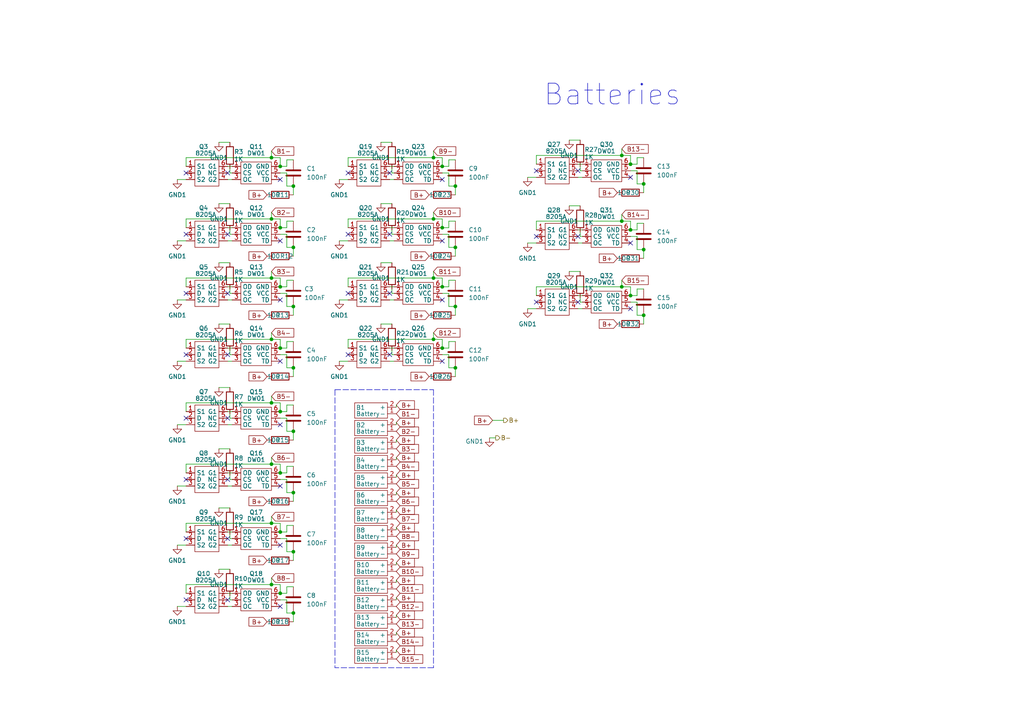
<source format=kicad_sch>
(kicad_sch (version 20211123) (generator eeschema)
  (paper "A4")
  (lib_symbols
    (symbol "Device:C" (pin_numbers hide) (pin_names (offset 0.254))
      (property "Reference" "C" (at 0.635 2.54 0))
      (property "Value" "C" (at 0.635 -2.54 0))
      (symbol "C_0_1"
        (polyline (pts (xy -2.032 -0.762) (xy 2.032 -0.762)) (stroke (width 0.508)))
        (polyline (pts (xy -2.032 0.762) (xy 2.032 0.762)) (stroke (width 0.508)))
      )
      (symbol "C_1_1"
        (pin passive line (at 0 3.81 270) (length 2.794) (name "~") (number "1"))
        (pin passive line (at 0 -3.81 90) (length 2.794) (name "~") (number "2"))
      )
    )
    (symbol "Device:R" (pin_numbers hide) (pin_names (offset 0))
      (property "Reference" "R" (at 2.032 0 90))
      (property "Value" "R" (at 0 0 90))
      (symbol "R_0_1"
        (rectangle (start -1.016 -2.54) (end 1.016 2.54) (stroke (width 0.254)))
      )
      (symbol "R_1_1"
        (pin passive line (at 0 3.81 270) (length 1.27) (name "~") (number "1"))
        (pin passive line (at 0 -3.81 90) (length 1.27) (name "~") (number "2"))
      )
    )
    (symbol "Library:8205A"
      (property "Reference" "Q" (at 3.175 2.54 0))
      (property "Value" "8205A" (at 3.175 0.635 0))
      (symbol "8205A_0_1"
        (rectangle (start 0 0) (end 6.985 -7.62))
      )
      (symbol "8205A_1_1"
        (pin bidirectional line (at -2.54 -1.905 0) (length 2.54) (name "S1") (number "1"))
        (pin bidirectional line (at -2.54 -3.81 0) (length 2.54) (name "D") (number "2"))
        (pin bidirectional line (at -2.54 -5.715 0) (length 2.54) (name "S2") (number "3"))
        (pin bidirectional line (at 9.525 -5.715 180) (length 2.54) (name "G2") (number "4"))
        (pin bidirectional line (at 9.525 -3.81 180) (length 2.54) (name "NC") (number "5"))
        (pin bidirectional line (at 9.525 -1.905 180) (length 2.54) (name "G1") (number "6"))
      )
    )
    (symbol "Library:Battery"
      (property "Reference" "U" (at -4.445 -0.635 0))
      (property "Value" "Battery" (at -1.905 -2.54 0))
      (symbol "Battery_0_1"
        (rectangle (start -5.715 0.635) (end 3.81 -3.81))
      )
      (symbol "Battery_1_1"
        (pin power_out line (at 6.35 -2.54 180) (length 2.54) (name "-") (number "1"))
        (pin power_out line (at 6.35 -0.635 180) (length 2.54) (name "+") (number "2"))
      )
    )
    (symbol "Library:DW01"
      (property "Reference" "Q" (at 3.175 3.175 0))
      (property "Value" "DW01" (at 3.175 1.27 0))
      (symbol "DW01_0_1"
        (rectangle (start -1.27 0) (end 7.62 -6.35))
      )
      (symbol "DW01_1_1"
        (pin power_out line (at -3.81 -1.27 0) (length 2.54) (name "OD") (number "1"))
        (pin power_out line (at -3.81 -3.175 0) (length 2.54) (name "CS") (number "2"))
        (pin power_out line (at -3.81 -5.08 0) (length 2.54) (name "OC") (number "3"))
        (pin power_out line (at 10.16 -5.08 180) (length 2.54) (name "TD") (number "4"))
        (pin power_out line (at 10.16 -3.175 180) (length 2.54) (name "VCC") (number "5"))
        (pin power_out line (at 10.16 -1.27 180) (length 2.54) (name "GND") (number "6"))
      )
    )
    (symbol "power:GND1" (power) (pin_names (offset 0))
      (property "Value" "GND1" (at 0 -3.81 0))
      (symbol "GND1_0_1"
        (polyline (pts (xy 0 0) (xy 0 -1.27) (xy 1.27 -1.27) (xy 0 -2.54) (xy -1.27 -1.27) (xy 0 -1.27)))
      )
      (symbol "GND1_1_1"
        (pin power_in line (at 0 0 270) (length 0) hide (name "GND1") (number "1"))
      )
    )
  )
  (junction (at 182.88 47.625))
  (junction (at 180.34 64.135))
  (junction (at 78.74 134.62))
  (junction (at 132.08 88.9))
  (junction (at 125.73 80.645))
  (junction (at 85.09 125.095))
  (junction (at 186.69 91.44))
  (junction (at 128.27 83.185))
  (junction (at 85.09 177.8))
  (junction (at 132.08 71.755))
  (junction (at 128.27 48.26))
  (junction (at 132.08 106.68))
  (junction (at 128.27 100.965))
  (junction (at 128.27 66.04))
  (junction (at 78.74 98.425))
  (junction (at 132.08 53.975))
  (junction (at 180.34 45.085))
  (junction (at 81.28 119.38))
  (junction (at 81.28 48.26))
  (junction (at 78.74 63.5))
  (junction (at 78.74 45.72))
  (junction (at 180.34 83.185))
  (junction (at 78.74 80.645))
  (junction (at 81.28 154.305))
  (junction (at 125.73 45.72))
  (junction (at 85.09 53.975))
  (junction (at 85.09 71.755))
  (junction (at 186.69 72.39))
  (junction (at 85.09 142.875))
  (junction (at 78.74 151.765))
  (junction (at 85.09 106.68))
  (junction (at 182.88 66.675))
  (junction (at 81.28 137.16))
  (junction (at 186.69 53.34))
  (junction (at 182.88 85.725))
  (junction (at 125.73 98.425))
  (junction (at 78.74 169.545))
  (junction (at 81.28 83.185))
  (junction (at 81.28 100.965))
  (junction (at 85.09 88.9))
  (junction (at 81.28 172.085))
  (junction (at 125.73 63.5))
  (junction (at 78.74 116.84))
  (junction (at 81.28 66.04))
  (junction (at 85.09 160.02))
  (no_connect (at 53.975 173.99))
  (no_connect (at 53.975 85.09))
  (no_connect (at 100.965 102.87))
  (no_connect (at 182.88 70.485))
  (no_connect (at 155.575 49.53))
  (no_connect (at 128.27 52.07))
  (no_connect (at 113.03 85.09))
  (no_connect (at 53.975 50.165))
  (no_connect (at 81.28 140.97))
  (no_connect (at 66.04 50.165))
  (no_connect (at 113.03 67.945))
  (no_connect (at 81.28 52.07))
  (no_connect (at 81.28 104.775))
  (no_connect (at 113.03 50.165))
  (no_connect (at 53.975 139.065))
  (no_connect (at 81.28 69.85))
  (no_connect (at 128.27 104.775))
  (no_connect (at 100.965 85.09))
  (no_connect (at 113.03 102.87))
  (no_connect (at 66.04 173.99))
  (no_connect (at 53.975 156.21))
  (no_connect (at 81.28 123.19))
  (no_connect (at 66.04 121.285))
  (no_connect (at 167.64 68.58))
  (no_connect (at 182.88 51.435))
  (no_connect (at 66.04 85.09))
  (no_connect (at 182.88 89.535))
  (no_connect (at 100.965 50.165))
  (no_connect (at 81.28 175.895))
  (no_connect (at 53.975 121.285))
  (no_connect (at 167.64 49.53))
  (no_connect (at 53.975 102.87))
  (no_connect (at 128.27 86.995))
  (no_connect (at 53.975 67.945))
  (no_connect (at 66.04 67.945))
  (no_connect (at 155.575 68.58))
  (no_connect (at 81.28 158.115))
  (no_connect (at 155.575 87.63))
  (no_connect (at 66.04 156.21))
  (no_connect (at 66.04 102.87))
  (no_connect (at 66.04 139.065))
  (no_connect (at 81.28 86.995))
  (no_connect (at 128.27 69.85))
  (no_connect (at 167.64 87.63))
  (no_connect (at 100.965 67.945))
  (wire (pts (xy 81.28 137.16) (xy 81.28 134.62)))
  (wire (pts (xy 83.185 125.095) (xy 85.09 125.095)))
  (wire (pts (xy 110.49 93.98) (xy 113.665 93.98)))
  (wire (pts (xy 81.28 121.285) (xy 83.185 121.285)))
  (wire (pts (xy 83.185 46.355) (xy 85.09 46.355)))
  (wire (pts (xy 81.28 134.62) (xy 78.74 134.62)))
  (wire (pts (xy 83.185 48.26) (xy 83.185 46.355)))
  (wire (pts (xy 51.435 69.85) (xy 53.975 69.85)))
  (wire (pts (xy 182.88 66.675) (xy 184.785 66.675)))
  (wire (pts (xy 155.575 83.185) (xy 155.575 85.725)))
  (wire (pts (xy 125.73 45.72) (xy 100.965 45.72)))
  (wire (pts (xy 125.73 98.425) (xy 100.965 98.425)))
  (wire (pts (xy 128.27 83.185) (xy 130.175 83.185)))
  (wire (pts (xy 83.185 117.475) (xy 85.09 117.475)))
  (wire (pts (xy 66.675 156.21) (xy 66.675 154.94)))
  (wire (pts (xy 66.04 172.085) (xy 67.31 172.085)))
  (wire (pts (xy 83.185 85.09) (xy 83.185 88.9)))
  (wire (pts (xy 66.675 50.165) (xy 66.675 48.895)))
  (wire (pts (xy 83.185 135.255) (xy 85.09 135.255)))
  (wire (pts (xy 83.185 53.975) (xy 85.09 53.975)))
  (wire (pts (xy 182.88 85.725) (xy 184.785 85.725)))
  (wire (pts (xy 128.27 80.645) (xy 125.73 80.645)))
  (wire (pts (xy 182.88 85.725) (xy 182.88 83.185)))
  (wire (pts (xy 53.975 151.765) (xy 53.975 154.305)))
  (wire (pts (xy 128.27 85.09) (xy 130.175 85.09)))
  (wire (pts (xy 83.185 100.965) (xy 83.185 99.06)))
  (wire (pts (xy 184.785 49.53) (xy 184.785 53.34)))
  (wire (pts (xy 167.64 85.725) (xy 168.91 85.725)))
  (wire (pts (xy 184.785 83.82) (xy 186.69 83.82)))
  (wire (pts (xy 53.975 134.62) (xy 53.975 137.16)))
  (wire (pts (xy 67.31 156.21) (xy 66.675 156.21)))
  (wire (pts (xy 81.28 45.72) (xy 78.74 45.72)))
  (wire (pts (xy 67.31 67.945) (xy 66.675 67.945)))
  (wire (pts (xy 114.935 137.795) (xy 114.935 138.43)))
  (wire (pts (xy 78.74 114.935) (xy 78.74 116.84)))
  (wire (pts (xy 113.665 102.87) (xy 113.665 101.6)))
  (wire (pts (xy 85.09 177.8) (xy 85.09 180.34)))
  (wire (pts (xy 186.69 53.34) (xy 186.69 55.88)))
  (wire (pts (xy 81.28 154.305) (xy 81.28 151.765)))
  (wire (pts (xy 78.74 78.74) (xy 78.74 80.645)))
  (wire (pts (xy 114.935 173.355) (xy 114.935 173.99)))
  (wire (pts (xy 180.34 83.185) (xy 155.575 83.185)))
  (wire (pts (xy 63.5 93.98) (xy 66.675 93.98)))
  (wire (pts (xy 78.74 134.62) (xy 53.975 134.62)))
  (wire (pts (xy 128.27 48.26) (xy 130.175 48.26)))
  (wire (pts (xy 66.04 66.04) (xy 67.31 66.04)))
  (wire (pts (xy 78.74 80.645) (xy 53.975 80.645)))
  (wire (pts (xy 184.785 53.34) (xy 186.69 53.34)))
  (wire (pts (xy 153.035 70.485) (xy 155.575 70.485)))
  (wire (pts (xy 51.435 86.995) (xy 53.975 86.995)))
  (wire (pts (xy 63.5 165.1) (xy 66.675 165.1)))
  (wire (pts (xy 83.185 173.99) (xy 83.185 177.8)))
  (wire (pts (xy 81.28 139.065) (xy 83.185 139.065)))
  (wire (pts (xy 167.64 70.485) (xy 168.91 70.485)))
  (wire (pts (xy 130.175 48.26) (xy 130.175 46.355)))
  (wire (pts (xy 168.91 49.53) (xy 168.275 49.53)))
  (wire (pts (xy 81.28 119.38) (xy 81.28 116.84)))
  (wire (pts (xy 66.04 119.38) (xy 67.31 119.38)))
  (wire (pts (xy 128.27 45.72) (xy 125.73 45.72)))
  (wire (pts (xy 167.64 66.675) (xy 168.91 66.675)))
  (wire (pts (xy 85.09 88.9) (xy 85.09 91.44)))
  (wire (pts (xy 78.74 43.815) (xy 78.74 45.72)))
  (wire (pts (xy 78.74 151.765) (xy 53.975 151.765)))
  (wire (pts (xy 85.09 106.68) (xy 85.09 109.22)))
  (wire (pts (xy 67.31 173.99) (xy 66.675 173.99)))
  (wire (pts (xy 81.28 48.26) (xy 81.28 45.72)))
  (wire (pts (xy 114.935 163.195) (xy 114.935 163.83)))
  (wire (pts (xy 78.74 169.545) (xy 53.975 169.545)))
  (wire (pts (xy 66.04 48.26) (xy 67.31 48.26)))
  (wire (pts (xy 182.88 68.58) (xy 184.785 68.58)))
  (wire (pts (xy 83.185 170.18) (xy 85.09 170.18)))
  (wire (pts (xy 67.31 85.09) (xy 66.675 85.09)))
  (wire (pts (xy 83.185 142.875) (xy 85.09 142.875)))
  (wire (pts (xy 153.035 89.535) (xy 155.575 89.535)))
  (wire (pts (xy 83.185 172.085) (xy 83.185 170.18)))
  (wire (pts (xy 165.1 40.64) (xy 168.275 40.64)))
  (wire (pts (xy 130.175 53.975) (xy 132.08 53.975)))
  (wire (pts (xy 51.435 52.07) (xy 53.975 52.07)))
  (wire (pts (xy 168.275 87.63) (xy 168.275 86.36)))
  (wire (pts (xy 143.764 127) (xy 141.986 127)))
  (polyline (pts (xy 125.73 113.03) (xy 125.73 193.675)))
  (wire (pts (xy 83.185 137.16) (xy 83.185 135.255)))
  (wire (pts (xy 132.08 88.9) (xy 132.08 91.44)))
  (wire (pts (xy 184.785 66.675) (xy 184.785 64.77)))
  (wire (pts (xy 66.04 83.185) (xy 67.31 83.185)))
  (wire (pts (xy 83.185 88.9) (xy 85.09 88.9)))
  (wire (pts (xy 85.09 53.975) (xy 85.09 56.515)))
  (wire (pts (xy 130.175 50.165) (xy 130.175 53.975)))
  (wire (pts (xy 67.31 139.065) (xy 66.675 139.065)))
  (wire (pts (xy 78.74 132.715) (xy 78.74 134.62)))
  (wire (pts (xy 66.04 69.85) (xy 67.31 69.85)))
  (wire (pts (xy 81.28 48.26) (xy 83.185 48.26)))
  (wire (pts (xy 113.665 67.945) (xy 113.665 66.675)))
  (wire (pts (xy 53.975 98.425) (xy 53.975 100.965)))
  (wire (pts (xy 184.785 85.725) (xy 184.785 83.82)))
  (wire (pts (xy 81.28 151.765) (xy 78.74 151.765)))
  (wire (pts (xy 83.185 177.8) (xy 85.09 177.8)))
  (wire (pts (xy 113.665 50.165) (xy 113.665 48.895)))
  (wire (pts (xy 114.935 178.435) (xy 114.935 179.07)))
  (wire (pts (xy 184.785 47.625) (xy 184.785 45.72)))
  (wire (pts (xy 67.31 102.87) (xy 66.675 102.87)))
  (wire (pts (xy 130.175 99.06) (xy 132.08 99.06)))
  (wire (pts (xy 114.935 188.595) (xy 114.935 189.23)))
  (wire (pts (xy 81.28 173.99) (xy 83.185 173.99)))
  (wire (pts (xy 128.27 66.04) (xy 130.175 66.04)))
  (wire (pts (xy 63.5 59.055) (xy 66.675 59.055)))
  (wire (pts (xy 83.185 152.4) (xy 85.09 152.4)))
  (wire (pts (xy 114.935 147.955) (xy 114.935 148.59)))
  (wire (pts (xy 81.28 154.305) (xy 83.185 154.305)))
  (wire (pts (xy 81.28 63.5) (xy 78.74 63.5)))
  (wire (pts (xy 167.64 51.435) (xy 168.91 51.435)))
  (wire (pts (xy 83.185 139.065) (xy 83.185 142.875)))
  (wire (pts (xy 182.88 47.625) (xy 184.785 47.625)))
  (wire (pts (xy 81.28 98.425) (xy 78.74 98.425)))
  (wire (pts (xy 81.28 66.04) (xy 83.185 66.04)))
  (wire (pts (xy 83.185 99.06) (xy 85.09 99.06)))
  (wire (pts (xy 66.04 158.115) (xy 67.31 158.115)))
  (wire (pts (xy 63.5 112.395) (xy 66.675 112.395)))
  (wire (pts (xy 98.425 86.995) (xy 100.965 86.995)))
  (wire (pts (xy 130.175 100.965) (xy 130.175 99.06)))
  (wire (pts (xy 114.3 102.87) (xy 113.665 102.87)))
  (wire (pts (xy 100.965 45.72) (xy 100.965 48.26)))
  (wire (pts (xy 182.88 64.135) (xy 180.34 64.135)))
  (wire (pts (xy 83.185 160.02) (xy 85.09 160.02)))
  (wire (pts (xy 110.49 76.2) (xy 113.665 76.2)))
  (wire (pts (xy 113.03 83.185) (xy 114.3 83.185)))
  (wire (pts (xy 66.04 137.16) (xy 67.31 137.16)))
  (wire (pts (xy 153.035 51.435) (xy 155.575 51.435)))
  (wire (pts (xy 98.425 52.07) (xy 100.965 52.07)))
  (wire (pts (xy 113.03 100.965) (xy 114.3 100.965)))
  (wire (pts (xy 51.435 104.775) (xy 53.975 104.775)))
  (wire (pts (xy 184.785 45.72) (xy 186.69 45.72)))
  (wire (pts (xy 155.575 64.135) (xy 155.575 66.675)))
  (wire (pts (xy 128.27 48.26) (xy 128.27 45.72)))
  (wire (pts (xy 66.04 123.19) (xy 67.31 123.19)))
  (wire (pts (xy 81.28 66.04) (xy 81.28 63.5)))
  (wire (pts (xy 184.785 72.39) (xy 186.69 72.39)))
  (wire (pts (xy 113.03 86.995) (xy 114.3 86.995)))
  (wire (pts (xy 100.965 80.645) (xy 100.965 83.185)))
  (wire (pts (xy 66.04 154.305) (xy 67.31 154.305)))
  (wire (pts (xy 53.975 45.72) (xy 53.975 48.26)))
  (wire (pts (xy 78.74 116.84) (xy 53.975 116.84)))
  (wire (pts (xy 83.185 106.68) (xy 85.09 106.68)))
  (wire (pts (xy 53.975 80.645) (xy 53.975 83.185)))
  (wire (pts (xy 66.04 104.775) (xy 67.31 104.775)))
  (wire (pts (xy 114.935 127.635) (xy 114.935 128.27)))
  (wire (pts (xy 53.975 63.5) (xy 53.975 66.04)))
  (wire (pts (xy 81.28 80.645) (xy 78.74 80.645)))
  (wire (pts (xy 114.3 85.09) (xy 113.665 85.09)))
  (wire (pts (xy 130.175 64.135) (xy 132.08 64.135)))
  (wire (pts (xy 67.31 121.285) (xy 66.675 121.285)))
  (wire (pts (xy 67.31 50.165) (xy 66.675 50.165)))
  (wire (pts (xy 114.935 168.275) (xy 114.935 168.91)))
  (wire (pts (xy 83.185 81.28) (xy 85.09 81.28)))
  (wire (pts (xy 128.27 98.425) (xy 125.73 98.425)))
  (wire (pts (xy 78.74 96.52) (xy 78.74 98.425)))
  (wire (pts (xy 114.935 122.555) (xy 114.935 123.19)))
  (wire (pts (xy 130.175 46.355) (xy 132.08 46.355)))
  (wire (pts (xy 110.49 59.055) (xy 113.665 59.055)))
  (wire (pts (xy 113.03 69.85) (xy 114.3 69.85)))
  (wire (pts (xy 51.435 123.19) (xy 53.975 123.19)))
  (wire (pts (xy 81.28 100.965) (xy 83.185 100.965)))
  (wire (pts (xy 81.28 85.09) (xy 83.185 85.09)))
  (wire (pts (xy 81.28 156.21) (xy 83.185 156.21)))
  (wire (pts (xy 81.28 137.16) (xy 83.185 137.16)))
  (wire (pts (xy 132.08 53.975) (xy 132.08 56.515)))
  (wire (pts (xy 165.1 59.69) (xy 168.275 59.69)))
  (wire (pts (xy 130.175 85.09) (xy 130.175 88.9)))
  (wire (pts (xy 66.04 100.965) (xy 67.31 100.965)))
  (wire (pts (xy 66.04 86.995) (xy 67.31 86.995)))
  (wire (pts (xy 167.64 47.625) (xy 168.91 47.625)))
  (wire (pts (xy 98.425 104.775) (xy 100.965 104.775)))
  (wire (pts (xy 182.88 47.625) (xy 182.88 45.085)))
  (wire (pts (xy 130.175 83.185) (xy 130.175 81.28)))
  (wire (pts (xy 114.935 132.715) (xy 114.935 133.35)))
  (wire (pts (xy 168.91 68.58) (xy 168.275 68.58)))
  (wire (pts (xy 83.185 66.04) (xy 83.185 64.135)))
  (wire (pts (xy 78.74 149.86) (xy 78.74 151.765)))
  (wire (pts (xy 83.185 154.305) (xy 83.185 152.4)))
  (wire (pts (xy 110.49 41.275) (xy 113.665 41.275)))
  (wire (pts (xy 81.28 100.965) (xy 81.28 98.425)))
  (wire (pts (xy 83.185 102.87) (xy 83.185 106.68)))
  (wire (pts (xy 182.88 45.085) (xy 180.34 45.085)))
  (wire (pts (xy 83.185 119.38) (xy 83.185 117.475)))
  (wire (pts (xy 125.73 43.815) (xy 125.73 45.72)))
  (wire (pts (xy 130.175 106.68) (xy 132.08 106.68)))
  (wire (pts (xy 83.185 71.755) (xy 85.09 71.755)))
  (wire (pts (xy 81.28 102.87) (xy 83.185 102.87)))
  (wire (pts (xy 130.175 102.87) (xy 130.175 106.68)))
  (wire (pts (xy 114.935 153.035) (xy 114.935 153.67)))
  (polyline (pts (xy 97.155 113.03) (xy 125.73 113.03)))
  (wire (pts (xy 130.175 67.945) (xy 130.175 71.755)))
  (wire (pts (xy 182.88 49.53) (xy 184.785 49.53)))
  (wire (pts (xy 182.88 87.63) (xy 184.785 87.63)))
  (wire (pts (xy 128.27 50.165) (xy 130.175 50.165)))
  (wire (pts (xy 128.27 66.04) (xy 128.27 63.5)))
  (wire (pts (xy 125.73 61.595) (xy 125.73 63.5)))
  (wire (pts (xy 53.975 169.545) (xy 53.975 172.085)))
  (wire (pts (xy 83.185 50.165) (xy 83.185 53.975)))
  (wire (pts (xy 125.73 96.52) (xy 125.73 98.425)))
  (wire (pts (xy 100.965 63.5) (xy 100.965 66.04)))
  (wire (pts (xy 168.275 68.58) (xy 168.275 67.31)))
  (wire (pts (xy 132.08 71.755) (xy 132.08 74.295)))
  (wire (pts (xy 128.27 100.965) (xy 128.27 98.425)))
  (polyline (pts (xy 97.155 113.03) (xy 97.155 193.675)))
  (wire (pts (xy 81.28 169.545) (xy 78.74 169.545)))
  (wire (pts (xy 51.435 158.115) (xy 53.975 158.115)))
  (wire (pts (xy 155.575 45.085) (xy 155.575 47.625)))
  (wire (pts (xy 83.185 156.21) (xy 83.185 160.02)))
  (wire (pts (xy 128.27 83.185) (xy 128.27 80.645)))
  (wire (pts (xy 81.28 83.185) (xy 81.28 80.645)))
  (wire (pts (xy 184.785 91.44) (xy 186.69 91.44)))
  (wire (pts (xy 114.935 117.475) (xy 114.935 118.11)))
  (polyline (pts (xy 125.73 193.675) (xy 97.155 193.675)))
  (wire (pts (xy 81.28 116.84) (xy 78.74 116.84)))
  (wire (pts (xy 142.875 121.92) (xy 146.05 121.92)))
  (wire (pts (xy 98.425 69.85) (xy 100.965 69.85)))
  (wire (pts (xy 184.785 68.58) (xy 184.785 72.39)))
  (wire (pts (xy 113.03 52.07) (xy 114.3 52.07)))
  (wire (pts (xy 66.04 52.07) (xy 67.31 52.07)))
  (wire (pts (xy 113.03 48.26) (xy 114.3 48.26)))
  (wire (pts (xy 114.935 142.875) (xy 114.935 143.51)))
  (wire (pts (xy 130.175 88.9) (xy 132.08 88.9)))
  (wire (pts (xy 85.09 142.875) (xy 85.09 145.415)))
  (wire (pts (xy 83.185 121.285) (xy 83.185 125.095)))
  (wire (pts (xy 180.34 64.135) (xy 155.575 64.135)))
  (wire (pts (xy 85.09 71.755) (xy 85.09 74.295)))
  (wire (pts (xy 113.03 104.775) (xy 114.3 104.775)))
  (wire (pts (xy 81.28 83.185) (xy 83.185 83.185)))
  (wire (pts (xy 83.185 83.185) (xy 83.185 81.28)))
  (wire (pts (xy 125.73 78.74) (xy 125.73 80.645)))
  (wire (pts (xy 81.28 119.38) (xy 83.185 119.38)))
  (wire (pts (xy 66.04 175.895) (xy 67.31 175.895)))
  (wire (pts (xy 51.435 175.895) (xy 53.975 175.895)))
  (wire (pts (xy 53.975 116.84) (xy 53.975 119.38)))
  (wire (pts (xy 81.28 172.085) (xy 83.185 172.085)))
  (wire (pts (xy 182.88 66.675) (xy 182.88 64.135)))
  (wire (pts (xy 81.28 172.085) (xy 81.28 169.545)))
  (wire (pts (xy 81.28 50.165) (xy 83.185 50.165)))
  (wire (pts (xy 182.88 83.185) (xy 180.34 83.185)))
  (wire (pts (xy 128.27 100.965) (xy 130.175 100.965)))
  (wire (pts (xy 78.74 61.595) (xy 78.74 63.5)))
  (wire (pts (xy 128.27 63.5) (xy 125.73 63.5)))
  (wire (pts (xy 128.27 102.87) (xy 130.175 102.87)))
  (wire (pts (xy 168.91 87.63) (xy 168.275 87.63)))
  (wire (pts (xy 180.34 81.28) (xy 180.34 83.185)))
  (wire (pts (xy 180.34 43.18) (xy 180.34 45.085)))
  (wire (pts (xy 100.965 98.425) (xy 100.965 100.965)))
  (wire (pts (xy 78.74 98.425) (xy 53.975 98.425)))
  (wire (pts (xy 66.675 67.945) (xy 66.675 66.675)))
  (wire (pts (xy 51.435 140.97) (xy 53.975 140.97)))
  (wire (pts (xy 66.675 85.09) (xy 66.675 83.82)))
  (wire (pts (xy 113.665 85.09) (xy 113.665 83.82)))
  (wire (pts (xy 130.175 71.755) (xy 132.08 71.755)))
  (wire (pts (xy 186.69 72.39) (xy 186.69 74.93)))
  (wire (pts (xy 184.785 87.63) (xy 184.785 91.44)))
  (wire (pts (xy 63.5 147.32) (xy 66.675 147.32)))
  (wire (pts (xy 83.185 67.945) (xy 83.185 71.755)))
  (wire (pts (xy 66.675 102.87) (xy 66.675 101.6)))
  (wire (pts (xy 113.03 66.04) (xy 114.3 66.04)))
  (wire (pts (xy 180.34 45.085) (xy 155.575 45.085)))
  (wire (pts (xy 114.935 158.115) (xy 114.935 158.75)))
  (wire (pts (xy 66.04 140.97) (xy 67.31 140.97)))
  (wire (pts (xy 180.34 62.23) (xy 180.34 64.135)))
  (wire (pts (xy 85.09 160.02) (xy 85.09 162.56)))
  (wire (pts (xy 114.935 183.515) (xy 114.935 184.15)))
  (wire (pts (xy 63.5 76.2) (xy 66.675 76.2)))
  (wire (pts (xy 85.09 125.095) (xy 85.09 127.635)))
  (wire (pts (xy 184.785 64.77) (xy 186.69 64.77)))
  (wire (pts (xy 78.74 167.64) (xy 78.74 169.545)))
  (wire (pts (xy 168.275 49.53) (xy 168.275 48.26)))
  (wire (pts (xy 114.3 50.165) (xy 113.665 50.165)))
  (wire (pts (xy 78.74 63.5) (xy 53.975 63.5)))
  (wire (pts (xy 114.3 67.945) (xy 113.665 67.945)))
  (wire (pts (xy 165.1 78.74) (xy 168.275 78.74)))
  (wire (pts (xy 132.08 106.68) (xy 132.08 109.22)))
  (wire (pts (xy 66.675 173.99) (xy 66.675 172.72)))
  (wire (pts (xy 81.28 67.945) (xy 83.185 67.945)))
  (wire (pts (xy 66.675 121.285) (xy 66.675 120.015)))
  (wire (pts (xy 128.27 67.945) (xy 130.175 67.945)))
  (wire (pts (xy 130.175 66.04) (xy 130.175 64.135)))
  (wire (pts (xy 125.73 80.645) (xy 100.965 80.645)))
  (wire (pts (xy 78.74 45.72) (xy 53.975 45.72)))
  (wire (pts (xy 186.69 91.44) (xy 186.69 93.98)))
  (wire (pts (xy 83.185 64.135) (xy 85.09 64.135)))
  (wire (pts (xy 66.675 139.065) (xy 66.675 137.795)))
  (wire (pts (xy 130.175 81.28) (xy 132.08 81.28)))
  (wire (pts (xy 63.5 41.275) (xy 66.675 41.275)))
  (wire (pts (xy 63.5 130.175) (xy 66.675 130.175)))
  (wire (pts (xy 167.64 89.535) (xy 168.91 89.535)))
  (wire (pts (xy 125.73 63.5) (xy 100.965 63.5)))
  (text "Batteries\n" (at 157.48 31.115 0) (effects (font (size 6 6)) (justify left bottom)))
  (global_label "B+" (shape input) (at 114.935 178.435 0) (property "Intersheet References" "${INTERSHEET_REFS}" (effects hide)))
  (global_label "B6-" (shape input) (at 78.74 132.715 0) (property "Intersheet References" "${INTERSHEET_REFS}" (effects hide)))
  (global_label "B10-" (shape input) (at 125.73 61.595 0) (property "Intersheet References" "${INTERSHEET_REFS}" (effects hide)))
  (global_label "B7-" (shape input) (at 114.935 150.495 0) (property "Intersheet References" "${INTERSHEET_REFS}" (effects hide)))
  (global_label "B+" (shape input) (at 124.46 56.515 180) (property "Intersheet References" "${INTERSHEET_REFS}" (effects hide)))
  (global_label "B7-" (shape input) (at 78.74 149.86 0) (property "Intersheet References" "${INTERSHEET_REFS}" (effects hide)))
  (global_label "B+" (shape input) (at 114.935 173.355 0) (property "Intersheet References" "${INTERSHEET_REFS}" (effects hide)))
  (global_label "B+" (shape input) (at 114.935 183.515 0) (property "Intersheet References" "${INTERSHEET_REFS}" (effects hide)))
  (global_label "B+" (shape input) (at 77.47 127.635 180) (property "Intersheet References" "${INTERSHEET_REFS}" (effects hide)))
  (global_label "B1-" (shape input) (at 114.935 120.015 0) (property "Intersheet References" "${INTERSHEET_REFS}" (effects hide)))
  (global_label "B2-" (shape input) (at 78.74 61.595 0) (property "Intersheet References" "${INTERSHEET_REFS}" (effects hide)))
  (global_label "B8-" (shape input) (at 114.935 155.575 0) (property "Intersheet References" "${INTERSHEET_REFS}" (effects hide)))
  (global_label "B4-" (shape input) (at 78.74 96.52 0) (property "Intersheet References" "${INTERSHEET_REFS}" (effects hide)))
  (global_label "B9-" (shape input) (at 125.73 43.815 0) (property "Intersheet References" "${INTERSHEET_REFS}" (effects hide)))
  (global_label "B5-" (shape input) (at 78.74 114.935 0) (property "Intersheet References" "${INTERSHEET_REFS}" (effects hide)))
  (global_label "B3-" (shape input) (at 78.74 78.74 0) (property "Intersheet References" "${INTERSHEET_REFS}" (effects hide)))
  (global_label "B+" (shape input) (at 114.935 132.715 0) (property "Intersheet References" "${INTERSHEET_REFS}" (effects hide)))
  (global_label "B+" (shape input) (at 77.47 91.44 180) (property "Intersheet References" "${INTERSHEET_REFS}" (effects hide)))
  (global_label "B6-" (shape input) (at 114.935 145.415 0) (property "Intersheet References" "${INTERSHEET_REFS}" (effects hide)))
  (global_label "B+" (shape input) (at 114.935 168.275 0) (property "Intersheet References" "${INTERSHEET_REFS}" (effects hide)))
  (global_label "B4-" (shape input) (at 114.935 135.255 0) (property "Intersheet References" "${INTERSHEET_REFS}" (effects hide)))
  (global_label "B12-" (shape input) (at 125.73 96.52 0) (property "Intersheet References" "${INTERSHEET_REFS}" (effects hide)))
  (global_label "B+" (shape input) (at 114.935 117.475 0) (property "Intersheet References" "${INTERSHEET_REFS}" (effects hide)))
  (global_label "B2-" (shape input) (at 114.935 125.095 0) (property "Intersheet References" "${INTERSHEET_REFS}" (effects hide)))
  (global_label "B+" (shape input) (at 77.47 56.515 180) (property "Intersheet References" "${INTERSHEET_REFS}" (effects hide)))
  (global_label "B+" (shape input) (at 114.935 158.115 0) (property "Intersheet References" "${INTERSHEET_REFS}" (effects hide)))
  (global_label "B+" (shape input) (at 114.935 122.555 0) (property "Intersheet References" "${INTERSHEET_REFS}" (effects hide)))
  (global_label "B12-" (shape input) (at 114.935 175.895 0) (property "Intersheet References" "${INTERSHEET_REFS}" (effects hide)))
  (global_label "B1-" (shape input) (at 78.74 43.815 0) (property "Intersheet References" "${INTERSHEET_REFS}" (effects hide)))
  (global_label "B13-" (shape input) (at 114.935 180.975 0) (property "Intersheet References" "${INTERSHEET_REFS}" (effects hide)))
  (global_label "B+" (shape input) (at 114.935 127.635 0) (property "Intersheet References" "${INTERSHEET_REFS}" (effects hide)))
  (global_label "B13-" (shape input) (at 180.34 43.18 0) (property "Intersheet References" "${INTERSHEET_REFS}" (effects hide)))
  (global_label "B3-" (shape input) (at 114.935 130.175 0) (property "Intersheet References" "${INTERSHEET_REFS}" (effects hide)))
  (global_label "B+" (shape input) (at 124.46 74.295 180) (property "Intersheet References" "${INTERSHEET_REFS}" (effects hide)))
  (global_label "B10-" (shape input) (at 114.935 165.735 0) (property "Intersheet References" "${INTERSHEET_REFS}" (effects hide)))
  (global_label "B11-" (shape input) (at 114.935 170.815 0) (property "Intersheet References" "${INTERSHEET_REFS}" (effects hide)))
  (global_label "B+" (shape input) (at 114.935 147.955 0) (property "Intersheet References" "${INTERSHEET_REFS}" (effects hide)))
  (global_label "B14-" (shape input) (at 180.34 62.23 0) (property "Intersheet References" "${INTERSHEET_REFS}" (effects hide)))
  (global_label "B+" (shape input) (at 77.47 74.295 180) (property "Intersheet References" "${INTERSHEET_REFS}" (effects hide)))
  (global_label "B+" (shape input) (at 77.47 162.56 180) (property "Intersheet References" "${INTERSHEET_REFS}" (effects hide)))
  (global_label "B14-" (shape input) (at 114.935 186.055 0) (property "Intersheet References" "${INTERSHEET_REFS}" (effects hide)))
  (global_label "B15-" (shape input) (at 180.34 81.28 0) (property "Intersheet References" "${INTERSHEET_REFS}" (effects hide)))
  (global_label "B+" (shape input) (at 77.47 109.22 180) (property "Intersheet References" "${INTERSHEET_REFS}" (effects hide)))
  (global_label "B5-" (shape input) (at 114.935 140.335 0) (property "Intersheet References" "${INTERSHEET_REFS}" (effects hide)))
  (global_label "B+" (shape input) (at 124.46 109.22 180) (property "Intersheet References" "${INTERSHEET_REFS}" (effects hide)))
  (global_label "B+" (shape input) (at 114.935 137.795 0) (property "Intersheet References" "${INTERSHEET_REFS}" (effects hide)))
  (global_label "B+" (shape input) (at 77.47 145.415 180) (property "Intersheet References" "${INTERSHEET_REFS}" (effects hide)))
  (global_label "B+" (shape input) (at 142.875 121.92 180) (property "Intersheet References" "${INTERSHEET_REFS}" (effects hide)))
  (global_label "B15-" (shape input) (at 114.935 191.135 0) (property "Intersheet References" "${INTERSHEET_REFS}" (effects hide)))
  (global_label "B+" (shape input) (at 114.935 163.195 0) (property "Intersheet References" "${INTERSHEET_REFS}" (effects hide)))
  (global_label "B+" (shape input) (at 114.935 153.035 0) (property "Intersheet References" "${INTERSHEET_REFS}" (effects hide)))
  (global_label "B+" (shape input) (at 179.07 93.98 180) (property "Intersheet References" "${INTERSHEET_REFS}" (effects hide)))
  (global_label "B+" (shape input) (at 77.47 180.34 180) (property "Intersheet References" "${INTERSHEET_REFS}" (effects hide)))
  (global_label "B8-" (shape input) (at 78.74 167.64 0) (property "Intersheet References" "${INTERSHEET_REFS}" (effects hide)))
  (global_label "B+" (shape input) (at 179.07 74.93 180) (property "Intersheet References" "${INTERSHEET_REFS}" (effects hide)))
  (global_label "B+" (shape input) (at 179.07 55.88 180) (property "Intersheet References" "${INTERSHEET_REFS}" (effects hide)))
  (global_label "B+" (shape input) (at 114.935 142.875 0) (property "Intersheet References" "${INTERSHEET_REFS}" (effects hide)))
  (global_label "B9-" (shape input) (at 114.935 160.655 0) (property "Intersheet References" "${INTERSHEET_REFS}" (effects hide)))
  (global_label "B+" (shape input) (at 124.46 91.44 180) (property "Intersheet References" "${INTERSHEET_REFS}" (effects hide)))
  (global_label "B11-" (shape input) (at 125.73 78.74 0) (property "Intersheet References" "${INTERSHEET_REFS}" (effects hide)))
  (global_label "B+" (shape input) (at 114.935 188.595 0) (property "Intersheet References" "${INTERSHEET_REFS}" (effects hide)))
  (hierarchical_label "B-" (shape output) (at 143.764 127 0))
  (hierarchical_label "B+" (shape output) (at 146.05 121.92 0))
  (symbol (lib_id "power:GND1") (at 51.435 69.85 0) (unit 1)
    (property "Reference" "#PWR09" (effects hide))
    (property "Value" "GND1" (at 51.435 74.295 0))
  )
  (symbol (lib_id "Library:8205A") (at 158.115 64.77 0) (unit 1)
    (property "Reference" "Q28" (at 160.655 60.96 0))
    (property "Value" "8205A" (at 161.29 62.865 0))
    (property "Footprint" "Library:SOT-23-6-Small" (effects hide))
  )
  (symbol (lib_id "Library:DW01") (at 71.12 64.77 0) (unit 1)
    (property "Reference" "Q12" (at 74.295 60.325 0))
    (property "Value" "DW01" (at 74.295 62.23 0))
    (property "Footprint" "Library:SOT-23-6-Small" (effects hide))
  )
  (symbol (lib_id "Device:R") (at 66.675 116.205 0) (unit 1)
    (property "Reference" "R7" (at 67.9127 115.149 0) (effects (justify left)))
    (property "Value" "1K" (at 67.8721 117.2592 0) (effects (justify left)))
    (property "Footprint" "Resistor_SMD:R_0402_1005Metric" (effects hide))
  )
  (symbol (lib_id "power:GND1") (at 98.425 69.85 0) (unit 1)
    (property "Reference" "#PWR025" (effects hide))
    (property "Value" "GND1" (at 98.425 74.295 0))
  )
  (symbol (lib_id "Library:DW01") (at 71.12 135.89 0) (unit 1)
    (property "Reference" "Q16" (at 74.295 131.445 0))
    (property "Value" "DW01" (at 74.295 133.35 0))
    (property "Footprint" "Library:SOT-23-6-Small" (effects hide))
  )
  (symbol (lib_id "power:GND1") (at 165.1 59.69 0) (unit 1)
    (property "Reference" "#PWR037" (effects hide))
    (property "Value" "GND1" (at 165.1 64.135 0))
  )
  (symbol (lib_id "Library:8205A") (at 56.515 152.4 0) (unit 1)
    (property "Reference" "Q9" (at 59.055 148.59 0))
    (property "Value" "8205A" (at 59.69 150.495 0))
    (property "Footprint" "Library:SOT-23-6-Small" (effects hide))
  )
  (symbol (lib_id "Library:Battery") (at 108.585 142.875 0) (unit 1)
    (property "Reference" "B6" (at 104.5758 143.6054 0))
    (property "Value" "Battery" (at 106.7062 145.4315 0))
    (property "Footprint" "Library:BatteryV2" (effects hide))
  )
  (symbol (lib_id "Device:R") (at 113.665 45.085 0) (unit 1)
    (property "Reference" "R19" (at 114.9027 44.029 0) (effects (justify left)))
    (property "Value" "1K" (at 114.8621 46.1392 0) (effects (justify left)))
    (property "Footprint" "Resistor_SMD:R_0402_1005Metric" (effects hide))
  )
  (symbol (lib_id "Library:8205A") (at 158.115 83.82 0) (unit 1)
    (property "Reference" "Q29" (at 160.655 80.01 0))
    (property "Value" "8205A" (at 161.29 81.915 0))
    (property "Footprint" "Library:SOT-23-6-Small" (effects hide))
  )
  (symbol (lib_id "Library:Battery") (at 108.585 117.475 0) (unit 1)
    (property "Reference" "B1" (at 104.5758 118.2054 0))
    (property "Value" "Battery" (at 106.7062 120.0315 0))
    (property "Footprint" "Library:BatteryV2" (effects hide))
  )
  (symbol (lib_id "Library:8205A") (at 56.515 64.135 0) (unit 1)
    (property "Reference" "Q4" (at 59.055 60.325 0))
    (property "Value" "8205A" (at 59.69 62.23 0))
    (property "Footprint" "Library:SOT-23-6-Small" (effects hide))
  )
  (symbol (lib_id "power:GND1") (at 141.986 127 0) (unit 1)
    (property "Reference" "#PWR032" (effects hide))
    (property "Value" "GND1" (at 135.001 128.016 0) (effects (justify left)))
  )
  (symbol (lib_id "power:GND1") (at 165.1 40.64 0) (unit 1)
    (property "Reference" "#PWR036" (effects hide))
    (property "Value" "GND1" (at 165.1 45.085 0))
  )
  (symbol (lib_id "Device:C") (at 85.09 156.21 180) (unit 1)
    (property "Reference" "C7" (at 88.9 154.9399 0) (effects (justify right)))
    (property "Value" "100nF" (at 88.9 157.4799 0) (effects (justify right)))
    (property "Footprint" "Capacitor_SMD:C_0402_1005Metric" (effects hide))
  )
  (symbol (lib_id "power:GND1") (at 51.435 158.115 0) (unit 1)
    (property "Reference" "#PWR014" (effects hide))
    (property "Value" "GND1" (at 51.435 162.56 0))
  )
  (symbol (lib_id "Library:DW01") (at 71.12 46.99 0) (unit 1)
    (property "Reference" "Q11" (at 74.295 42.545 0))
    (property "Value" "DW01" (at 74.295 44.45 0))
    (property "Footprint" "Library:SOT-23-6-Small" (effects hide))
  )
  (symbol (lib_id "power:GND1") (at 153.035 70.485 0) (unit 1)
    (property "Reference" "#PWR034" (effects hide))
    (property "Value" "GND1" (at 153.035 74.93 0))
  )
  (symbol (lib_id "Library:8205A") (at 56.515 99.06 0) (unit 1)
    (property "Reference" "Q6" (at 59.055 95.25 0))
    (property "Value" "8205A" (at 59.69 97.155 0))
    (property "Footprint" "Library:SOT-23-6-Small" (effects hide))
  )
  (symbol (lib_id "Library:DW01") (at 71.12 81.915 0) (unit 1)
    (property "Reference" "Q13" (at 74.295 77.47 0))
    (property "Value" "DW01" (at 74.295 79.375 0))
    (property "Footprint" "Library:SOT-23-6-Small" (effects hide))
  )
  (symbol (lib_id "power:GND1") (at 51.435 104.775 0) (unit 1)
    (property "Reference" "#PWR011" (effects hide))
    (property "Value" "GND1" (at 51.435 109.22 0))
  )
  (symbol (lib_id "power:GND1") (at 110.49 93.98 0) (unit 1)
    (property "Reference" "#PWR031" (effects hide))
    (property "Value" "GND1" (at 110.49 98.425 0))
  )
  (symbol (lib_id "Device:R") (at 81.28 74.295 90) (unit 1)
    (property "Reference" "R12" (at 85.09 74.295 90) (effects (justify left)))
    (property "Value" "100" (at 81.28 74.295 90) (effects (justify left)))
    (property "Footprint" "Resistor_SMD:R_0402_1005Metric" (effects hide))
  )
  (symbol (lib_id "power:GND1") (at 51.435 140.97 0) (unit 1)
    (property "Reference" "#PWR013" (effects hide))
    (property "Value" "GND1" (at 51.435 145.415 0))
  )
  (symbol (lib_id "Library:Battery") (at 108.585 173.355 0) (unit 1)
    (property "Reference" "B12" (at 105.2398 173.9955 0))
    (property "Value" "Battery" (at 106.7062 175.9115 0))
    (property "Footprint" "Library:BatteryV2" (effects hide))
  )
  (symbol (lib_id "power:GND1") (at 98.425 52.07 0) (unit 1)
    (property "Reference" "#PWR024" (effects hide))
    (property "Value" "GND1" (at 98.425 56.515 0))
  )
  (symbol (lib_id "Device:R") (at 81.28 109.22 90) (unit 1)
    (property "Reference" "R14" (at 83.82 109.22 90) (effects (justify left)))
    (property "Value" "100" (at 81.28 109.22 90) (effects (justify left)))
    (property "Footprint" "Resistor_SMD:R_0402_1005Metric" (effects hide))
  )
  (symbol (lib_id "Device:C") (at 132.08 85.09 180) (unit 1)
    (property "Reference" "C11" (at 135.89 83.8199 0) (effects (justify right)))
    (property "Value" "100nF" (at 135.89 86.3599 0) (effects (justify right)))
    (property "Footprint" "Capacitor_SMD:C_0402_1005Metric" (effects hide))
  )
  (symbol (lib_id "power:GND1") (at 63.5 41.275 0) (unit 1)
    (property "Reference" "#PWR016" (effects hide))
    (property "Value" "GND1" (at 63.5 45.72 0))
  )
  (symbol (lib_id "Device:C") (at 85.09 67.945 180) (unit 1)
    (property "Reference" "C2" (at 88.9 66.6749 0) (effects (justify right)))
    (property "Value" "100nF" (at 88.9 69.2149 0) (effects (justify right)))
    (property "Footprint" "Capacitor_SMD:C_0402_1005Metric" (effects hide))
  )
  (symbol (lib_id "power:GND1") (at 63.5 147.32 0) (unit 1)
    (property "Reference" "#PWR022" (effects hide))
    (property "Value" "GND1" (at 63.5 151.765 0))
  )
  (symbol (lib_id "Device:R") (at 81.28 127.635 90) (unit 1)
    (property "Reference" "R15" (at 83.82 127.635 90) (effects (justify left)))
    (property "Value" "100" (at 81.28 127.635 90) (effects (justify left)))
    (property "Footprint" "Resistor_SMD:R_0402_1005Metric" (effects hide))
  )
  (symbol (lib_id "Device:R") (at 66.675 45.085 0) (unit 1)
    (property "Reference" "R3" (at 67.9127 44.029 0) (effects (justify left)))
    (property "Value" "1K" (at 67.8721 46.1392 0) (effects (justify left)))
    (property "Footprint" "Resistor_SMD:R_0402_1005Metric" (effects hide))
  )
  (symbol (lib_id "power:GND1") (at 51.435 175.895 0) (unit 1)
    (property "Reference" "#PWR015" (effects hide))
    (property "Value" "GND1" (at 51.435 180.34 0))
  )
  (symbol (lib_id "Library:Battery") (at 108.585 122.555 0) (unit 1)
    (property "Reference" "B2" (at 104.5758 123.2854 0))
    (property "Value" "Battery" (at 106.7062 125.1115 0))
    (property "Footprint" "Library:BatteryV2" (effects hide))
  )
  (symbol (lib_id "Device:R") (at 66.675 62.865 0) (unit 1)
    (property "Reference" "R4" (at 67.9127 61.809 0) (effects (justify left)))
    (property "Value" "1K" (at 67.8721 63.9192 0) (effects (justify left)))
    (property "Footprint" "Resistor_SMD:R_0402_1005Metric" (effects hide))
  )
  (symbol (lib_id "Device:R") (at 128.27 74.295 90) (unit 1)
    (property "Reference" "R24" (at 130.81 74.295 90) (effects (justify left)))
    (property "Value" "100" (at 128.27 74.295 90) (effects (justify left)))
    (property "Footprint" "Resistor_SMD:R_0402_1005Metric" (effects hide))
  )
  (symbol (lib_id "Library:DW01") (at 118.11 81.915 0) (unit 1)
    (property "Reference" "Q25" (at 121.285 77.47 0))
    (property "Value" "DW01" (at 121.285 79.375 0))
    (property "Footprint" "Library:SOT-23-6-Small" (effects hide))
  )
  (symbol (lib_id "power:GND1") (at 165.1 78.74 0) (unit 1)
    (property "Reference" "#PWR038" (effects hide))
    (property "Value" "GND1" (at 165.1 83.185 0))
  )
  (symbol (lib_id "Library:8205A") (at 56.515 135.255 0) (unit 1)
    (property "Reference" "Q8" (at 59.055 131.445 0))
    (property "Value" "8205A" (at 59.69 133.35 0))
    (property "Footprint" "Library:SOT-23-6-Small" (effects hide))
  )
  (symbol (lib_id "power:GND1") (at 63.5 165.1 0) (unit 1)
    (property "Reference" "#PWR023" (effects hide))
    (property "Value" "GND1" (at 63.5 169.545 0))
  )
  (symbol (lib_id "power:GND1") (at 98.425 86.995 0) (unit 1)
    (property "Reference" "#PWR026" (effects hide))
    (property "Value" "GND1" (at 98.425 91.44 0))
  )
  (symbol (lib_id "Library:8205A") (at 56.515 81.28 0) (unit 1)
    (property "Reference" "Q5" (at 59.055 77.47 0))
    (property "Value" "8205A" (at 59.69 79.375 0))
    (property "Footprint" "Library:SOT-23-6-Small" (effects hide))
  )
  (symbol (lib_id "Library:DW01") (at 172.72 65.405 0) (unit 1)
    (property "Reference" "Q31" (at 175.895 60.96 0))
    (property "Value" "DW01" (at 175.895 62.865 0))
    (property "Footprint" "Library:SOT-23-6-Small" (effects hide))
  )
  (symbol (lib_id "Library:8205A") (at 103.505 64.135 0) (unit 1)
    (property "Reference" "Q20" (at 106.045 60.325 0))
    (property "Value" "8205A" (at 106.68 62.23 0))
    (property "Footprint" "Library:SOT-23-6-Small" (effects hide))
  )
  (symbol (lib_id "power:GND1") (at 63.5 76.2 0) (unit 1)
    (property "Reference" "#PWR018" (effects hide))
    (property "Value" "GND1" (at 63.5 80.645 0))
  )
  (symbol (lib_id "Device:R") (at 113.665 62.865 0) (unit 1)
    (property "Reference" "R20" (at 114.9027 61.809 0) (effects (justify left)))
    (property "Value" "1K" (at 114.8621 63.9192 0) (effects (justify left)))
    (property "Footprint" "Resistor_SMD:R_0402_1005Metric" (effects hide))
  )
  (symbol (lib_id "Library:DW01") (at 71.12 118.11 0) (unit 1)
    (property "Reference" "Q15" (at 74.295 113.665 0))
    (property "Value" "DW01" (at 74.295 115.57 0))
    (property "Footprint" "Library:SOT-23-6-Small" (effects hide))
  )
  (symbol (lib_id "Library:8205A") (at 103.505 81.28 0) (unit 1)
    (property "Reference" "Q21" (at 106.045 77.47 0))
    (property "Value" "8205A" (at 106.68 79.375 0))
    (property "Footprint" "Library:SOT-23-6-Small" (effects hide))
  )
  (symbol (lib_id "Device:R") (at 66.675 97.79 0) (unit 1)
    (property "Reference" "R6" (at 67.9127 96.734 0) (effects (justify left)))
    (property "Value" "1K" (at 67.8721 98.8442 0) (effects (justify left)))
    (property "Footprint" "Resistor_SMD:R_0402_1005Metric" (effects hide))
  )
  (symbol (lib_id "Device:R") (at 66.675 151.13 0) (unit 1)
    (property "Reference" "R9" (at 67.9127 150.074 0) (effects (justify left)))
    (property "Value" "1K" (at 67.8721 152.1842 0) (effects (justify left)))
    (property "Footprint" "Resistor_SMD:R_0402_1005Metric" (effects hide))
  )
  (symbol (lib_id "power:GND1") (at 110.49 41.275 0) (unit 1)
    (property "Reference" "#PWR028" (effects hide))
    (property "Value" "GND1" (at 110.49 45.72 0))
  )
  (symbol (lib_id "power:GND1") (at 153.035 51.435 0) (unit 1)
    (property "Reference" "#PWR033" (effects hide))
    (property "Value" "GND1" (at 153.035 55.88 0))
  )
  (symbol (lib_id "Device:R") (at 182.88 55.88 90) (unit 1)
    (property "Reference" "R30" (at 185.42 55.88 90) (effects (justify left)))
    (property "Value" "100" (at 182.88 55.88 90) (effects (justify left)))
    (property "Footprint" "Resistor_SMD:R_0402_1005Metric" (effects hide))
  )
  (symbol (lib_id "Device:R") (at 66.675 133.985 0) (unit 1)
    (property "Reference" "R8" (at 67.9127 132.929 0) (effects (justify left)))
    (property "Value" "1K" (at 67.8721 135.0392 0) (effects (justify left)))
    (property "Footprint" "Resistor_SMD:R_0402_1005Metric" (effects hide))
  )
  (symbol (lib_id "power:GND1") (at 63.5 93.98 0) (unit 1)
    (property "Reference" "#PWR019" (effects hide))
    (property "Value" "GND1" (at 63.5 98.425 0))
  )
  (symbol (lib_id "power:GND1") (at 51.435 86.995 0) (unit 1)
    (property "Reference" "#PWR010" (effects hide))
    (property "Value" "GND1" (at 51.435 91.44 0))
  )
  (symbol (lib_id "Device:R") (at 168.275 44.45 0) (unit 1)
    (property "Reference" "R27" (at 169.5127 43.394 0) (effects (justify left)))
    (property "Value" "1K" (at 169.4721 45.5042 0) (effects (justify left)))
    (property "Footprint" "Resistor_SMD:R_0402_1005Metric" (effects hide))
  )
  (symbol (lib_id "Device:R") (at 168.275 82.55 0) (unit 1)
    (property "Reference" "R29" (at 169.5127 81.494 0) (effects (justify left)))
    (property "Value" "1K" (at 169.4721 83.6042 0) (effects (justify left)))
    (property "Footprint" "Resistor_SMD:R_0402_1005Metric" (effects hide))
  )
  (symbol (lib_id "Device:R") (at 113.665 80.01 0) (unit 1)
    (property "Reference" "R21" (at 114.9027 78.954 0) (effects (justify left)))
    (property "Value" "1K" (at 114.8621 81.0642 0) (effects (justify left)))
    (property "Footprint" "Resistor_SMD:R_0402_1005Metric" (effects hide))
  )
  (symbol (lib_id "power:GND1") (at 51.435 123.19 0) (unit 1)
    (property "Reference" "#PWR012" (effects hide))
    (property "Value" "GND1" (at 51.435 127.635 0))
  )
  (symbol (lib_id "Library:Battery") (at 108.585 178.435 0) (unit 1)
    (property "Reference" "B13" (at 105.2398 179.0755 0))
    (property "Value" "Battery" (at 106.7062 180.9915 0))
    (property "Footprint" "Library:BatteryV2" (effects hide))
  )
  (symbol (lib_id "Device:C") (at 85.09 139.065 180) (unit 1)
    (property "Reference" "C6" (at 88.9 137.7949 0) (effects (justify right)))
    (property "Value" "100nF" (at 88.9 140.3349 0) (effects (justify right)))
    (property "Footprint" "Capacitor_SMD:C_0402_1005Metric" (effects hide))
  )
  (symbol (lib_id "power:GND1") (at 63.5 59.055 0) (unit 1)
    (property "Reference" "#PWR017" (effects hide))
    (property "Value" "GND1" (at 63.5 63.5 0))
  )
  (symbol (lib_id "power:GND1") (at 110.49 76.2 0) (unit 1)
    (property "Reference" "#PWR030" (effects hide))
    (property "Value" "GND1" (at 110.49 80.645 0))
  )
  (symbol (lib_id "Device:C") (at 85.09 50.165 180) (unit 1)
    (property "Reference" "C1" (at 88.9 48.8949 0) (effects (justify right)))
    (property "Value" "100nF" (at 88.9 51.4349 0) (effects (justify right)))
    (property "Footprint" "Capacitor_SMD:C_0402_1005Metric" (effects hide))
  )
  (symbol (lib_id "Library:Battery") (at 108.585 127.635 0) (unit 1)
    (property "Reference" "B3" (at 104.5758 128.3654 0))
    (property "Value" "Battery" (at 106.7062 130.1915 0))
    (property "Footprint" "Library:BatteryV2" (effects hide))
  )
  (symbol (lib_id "Device:C") (at 132.08 67.945 180) (unit 1)
    (property "Reference" "C10" (at 135.89 66.6749 0) (effects (justify right)))
    (property "Value" "100nF" (at 135.89 69.2149 0) (effects (justify right)))
    (property "Footprint" "Capacitor_SMD:C_0402_1005Metric" (effects hide))
  )
  (symbol (lib_id "Device:R") (at 81.28 91.44 90) (unit 1)
    (property "Reference" "R13" (at 83.82 91.44 90) (effects (justify left)))
    (property "Value" "100" (at 81.28 91.44 90) (effects (justify left)))
    (property "Footprint" "Resistor_SMD:R_0402_1005Metric" (effects hide))
  )
  (symbol (lib_id "Device:C") (at 186.69 87.63 180) (unit 1)
    (property "Reference" "C15" (at 190.5 86.3599 0) (effects (justify right)))
    (property "Value" "100nF" (at 190.5 88.8999 0) (effects (justify right)))
    (property "Footprint" "Capacitor_SMD:C_0402_1005Metric" (effects hide))
  )
  (symbol (lib_id "Library:8205A") (at 56.515 46.355 0) (unit 1)
    (property "Reference" "Q3" (at 59.055 42.545 0))
    (property "Value" "8205A" (at 59.69 44.45 0))
    (property "Footprint" "Library:SOT-23-6-Small" (effects hide))
  )
  (symbol (lib_id "Device:C") (at 85.09 121.285 180) (unit 1)
    (property "Reference" "C5" (at 88.9 120.0149 0) (effects (justify right)))
    (property "Value" "100nF" (at 88.9 122.5549 0) (effects (justify right)))
    (property "Footprint" "Capacitor_SMD:C_0402_1005Metric" (effects hide))
  )
  (symbol (lib_id "Device:C") (at 85.09 102.87 180) (unit 1)
    (property "Reference" "C4" (at 88.9 101.5999 0) (effects (justify right)))
    (property "Value" "100nF" (at 88.9 104.1399 0) (effects (justify right)))
    (property "Footprint" "Capacitor_SMD:C_0402_1005Metric" (effects hide))
  )
  (symbol (lib_id "power:GND1") (at 98.425 104.775 0) (unit 1)
    (property "Reference" "#PWR027" (effects hide))
    (property "Value" "GND1" (at 98.425 109.22 0))
  )
  (symbol (lib_id "Library:Battery") (at 108.585 163.195 0) (unit 1)
    (property "Reference" "B10" (at 105.2398 163.8355 0))
    (property "Value" "Battery" (at 106.7062 165.7515 0))
    (property "Footprint" "Library:BatteryV2" (effects hide))
  )
  (symbol (lib_id "Library:8205A") (at 103.505 99.06 0) (unit 1)
    (property "Reference" "Q22" (at 106.045 95.25 0))
    (property "Value" "8205A" (at 106.68 97.155 0))
    (property "Footprint" "Library:SOT-23-6-Small" (effects hide))
  )
  (symbol (lib_id "Device:R") (at 81.28 180.34 90) (unit 1)
    (property "Reference" "R18" (at 83.82 180.34 90) (effects (justify left)))
    (property "Value" "100" (at 81.28 180.34 90) (effects (justify left)))
    (property "Footprint" "Resistor_SMD:R_0402_1005Metric" (effects hide))
  )
  (symbol (lib_id "Device:R") (at 128.27 91.44 90) (unit 1)
    (property "Reference" "R25" (at 130.81 91.44 90) (effects (justify left)))
    (property "Value" "100" (at 128.27 91.44 90) (effects (justify left)))
    (property "Footprint" "Resistor_SMD:R_0402_1005Metric" (effects hide))
  )
  (symbol (lib_id "Device:R") (at 182.88 74.93 90) (unit 1)
    (property "Reference" "R31" (at 185.42 74.93 90) (effects (justify left)))
    (property "Value" "100" (at 182.88 74.93 90) (effects (justify left)))
    (property "Footprint" "Resistor_SMD:R_0402_1005Metric" (effects hide))
  )
  (symbol (lib_id "Device:R") (at 81.28 56.515 90) (unit 1)
    (property "Reference" "R11" (at 83.82 56.515 90) (effects (justify left)))
    (property "Value" "100" (at 81.28 56.515 90) (effects (justify left)))
    (property "Footprint" "Resistor_SMD:R_0402_1005Metric" (effects hide))
  )
  (symbol (lib_id "power:GND1") (at 51.435 52.07 0) (unit 1)
    (property "Reference" "#PWR08" (effects hide))
    (property "Value" "GND1" (at 51.435 56.515 0))
  )
  (symbol (lib_id "power:GND1") (at 153.035 89.535 0) (unit 1)
    (property "Reference" "#PWR035" (effects hide))
    (property "Value" "GND1" (at 153.035 93.98 0))
  )
  (symbol (lib_id "Device:R") (at 182.88 93.98 90) (unit 1)
    (property "Reference" "R32" (at 185.42 93.98 90) (effects (justify left)))
    (property "Value" "100" (at 182.88 93.98 90) (effects (justify left)))
    (property "Footprint" "Resistor_SMD:R_0402_1005Metric" (effects hide))
  )
  (symbol (lib_id "power:GND1") (at 110.49 59.055 0) (unit 1)
    (property "Reference" "#PWR029" (effects hide))
    (property "Value" "GND1" (at 110.49 63.5 0))
  )
  (symbol (lib_id "Device:R") (at 168.275 63.5 0) (unit 1)
    (property "Reference" "R28" (at 169.5127 62.444 0) (effects (justify left)))
    (property "Value" "1K" (at 169.4721 64.5542 0) (effects (justify left)))
    (property "Footprint" "Resistor_SMD:R_0402_1005Metric" (effects hide))
  )
  (symbol (lib_id "power:GND1") (at 63.5 130.175 0) (unit 1)
    (property "Reference" "#PWR021" (effects hide))
    (property "Value" "GND1" (at 63.5 134.62 0))
  )
  (symbol (lib_id "Library:DW01") (at 172.72 46.355 0) (unit 1)
    (property "Reference" "Q30" (at 175.895 41.91 0))
    (property "Value" "DW01" (at 175.895 43.815 0))
    (property "Footprint" "Library:SOT-23-6-Small" (effects hide))
  )
  (symbol (lib_id "power:GND1") (at 63.5 112.395 0) (unit 1)
    (property "Reference" "#PWR020" (effects hide))
    (property "Value" "GND1" (at 63.5 116.84 0))
  )
  (symbol (lib_id "Library:8205A") (at 56.515 117.475 0) (unit 1)
    (property "Reference" "Q7" (at 59.055 113.665 0))
    (property "Value" "8205A" (at 59.69 115.57 0))
    (property "Footprint" "Library:SOT-23-6-Small" (effects hide))
  )
  (symbol (lib_id "Library:DW01") (at 118.11 46.99 0) (unit 1)
    (property "Reference" "Q23" (at 121.285 42.545 0))
    (property "Value" "DW01" (at 121.285 44.45 0))
    (property "Footprint" "Library:SOT-23-6-Small" (effects hide))
  )
  (symbol (lib_id "Library:DW01") (at 118.11 64.77 0) (unit 1)
    (property "Reference" "Q24" (at 121.285 60.325 0))
    (property "Value" "DW01" (at 121.285 62.23 0))
    (property "Footprint" "Library:SOT-23-6-Small" (effects hide))
  )
  (symbol (lib_id "Device:R") (at 128.27 56.515 90) (unit 1)
    (property "Reference" "R23" (at 130.81 56.515 90) (effects (justify left)))
    (property "Value" "100" (at 128.27 56.515 90) (effects (justify left)))
    (property "Footprint" "Resistor_SMD:R_0402_1005Metric" (effects hide))
  )
  (symbol (lib_id "Library:DW01") (at 172.72 84.455 0) (unit 1)
    (property "Reference" "Q32" (at 175.895 80.01 0))
    (property "Value" "DW01" (at 175.895 81.915 0))
    (property "Footprint" "Library:SOT-23-6-Small" (effects hide))
  )
  (symbol (lib_id "Library:DW01") (at 118.11 99.695 0) (unit 1)
    (property "Reference" "Q26" (at 121.285 95.25 0))
    (property "Value" "DW01" (at 121.285 97.155 0))
    (property "Footprint" "Library:SOT-23-6-Small" (effects hide))
  )
  (symbol (lib_id "Library:Battery") (at 108.585 147.955 0) (unit 1)
    (property "Reference" "B7" (at 104.5758 148.6854 0))
    (property "Value" "Battery" (at 106.7062 150.5115 0))
    (property "Footprint" "Library:BatteryV2" (effects hide))
  )
  (symbol (lib_id "Device:C") (at 85.09 173.99 180) (unit 1)
    (property "Reference" "C8" (at 88.9 172.7199 0) (effects (justify right)))
    (property "Value" "100nF" (at 88.9 175.2599 0) (effects (justify right)))
    (property "Footprint" "Capacitor_SMD:C_0402_1005Metric" (effects hide))
  )
  (symbol (lib_id "Device:R") (at 81.28 145.415 90) (unit 1)
    (property "Reference" "R16" (at 83.82 145.415 90) (effects (justify left)))
    (property "Value" "100" (at 81.28 145.415 90) (effects (justify left)))
    (property "Footprint" "Resistor_SMD:R_0402_1005Metric" (effects hide))
  )
  (symbol (lib_id "Device:R") (at 128.27 109.22 90) (unit 1)
    (property "Reference" "R26" (at 130.81 109.22 90) (effects (justify left)))
    (property "Value" "100" (at 128.27 109.22 90) (effects (justify left)))
    (property "Footprint" "Resistor_SMD:R_0402_1005Metric" (effects hide))
  )
  (symbol (lib_id "Library:Battery") (at 108.585 188.595 0) (unit 1)
    (property "Reference" "B15" (at 105.2398 189.2355 0))
    (property "Value" "Battery" (at 106.7062 191.1515 0))
    (property "Footprint" "Library:BatteryV2" (effects hide))
  )
  (symbol (lib_id "Library:8205A") (at 158.115 45.72 0) (unit 1)
    (property "Reference" "Q27" (at 160.655 41.91 0))
    (property "Value" "8205A" (at 161.29 43.815 0))
    (property "Footprint" "Library:SOT-23-6-Small" (effects hide))
  )
  (symbol (lib_id "Library:Battery") (at 108.585 132.715 0) (unit 1)
    (property "Reference" "B4" (at 104.5758 133.4454 0))
    (property "Value" "Battery" (at 106.7062 135.2715 0))
    (property "Footprint" "Library:BatteryV2" (effects hide))
  )
  (symbol (lib_id "Library:DW01") (at 71.12 153.035 0) (unit 1)
    (property "Reference" "Q17" (at 74.295 148.59 0))
    (property "Value" "DW01" (at 74.295 150.495 0))
    (property "Footprint" "Library:SOT-23-6-Small" (effects hide))
  )
  (symbol (lib_id "Device:C") (at 186.69 49.53 180) (unit 1)
    (property "Reference" "C13" (at 190.5 48.2599 0) (effects (justify right)))
    (property "Value" "100nF" (at 190.5 50.7999 0) (effects (justify right)))
    (property "Footprint" "Capacitor_SMD:C_0402_1005Metric" (effects hide))
  )
  (symbol (lib_id "Library:DW01") (at 71.12 99.695 0) (unit 1)
    (property "Reference" "Q14" (at 74.295 95.25 0))
    (property "Value" "DW01" (at 74.295 97.155 0))
    (property "Footprint" "Library:SOT-23-6-Small" (effects hide))
  )
  (symbol (lib_id "Device:C") (at 186.69 68.58 180) (unit 1)
    (property "Reference" "C14" (at 190.5 67.3099 0) (effects (justify right)))
    (property "Value" "100nF" (at 190.5 69.8499 0) (effects (justify right)))
    (property "Footprint" "Capacitor_SMD:C_0402_1005Metric" (effects hide))
  )
  (symbol (lib_id "Library:Battery") (at 108.585 183.515 0) (unit 1)
    (property "Reference" "B14" (at 105.2398 184.1555 0))
    (property "Value" "Battery" (at 106.7062 186.0715 0))
    (property "Footprint" "Library:BatteryV2" (effects hide))
  )
  (symbol (lib_id "Library:Battery") (at 108.585 137.795 0) (unit 1)
    (property "Reference" "B5" (at 104.5758 138.5254 0))
    (property "Value" "Battery" (at 106.7062 140.3515 0))
    (property "Footprint" "Library:BatteryV2" (effects hide))
  )
  (symbol (lib_id "Device:C") (at 85.09 85.09 180) (unit 1)
    (property "Reference" "C3" (at 88.265 83.8199 0) (effects (justify right)))
    (property "Value" "100nF" (at 88.265 86.36 0) (effects (justify right)))
    (property "Footprint" "Capacitor_SMD:C_0402_1005Metric" (effects hide))
  )
  (symbol (lib_id "Library:Battery") (at 108.585 168.275 0) (unit 1)
    (property "Reference" "B11" (at 105.2398 168.9155 0))
    (property "Value" "Battery" (at 106.7062 170.8315 0))
    (property "Footprint" "Library:BatteryV2" (effects hide))
  )
  (symbol (lib_id "Device:R") (at 113.665 97.79 0) (unit 1)
    (property "Reference" "R22" (at 114.9027 96.734 0) (effects (justify left)))
    (property "Value" "1K" (at 114.8621 98.8442 0) (effects (justify left)))
    (property "Footprint" "Resistor_SMD:R_0402_1005Metric" (effects hide))
  )
  (symbol (lib_id "Device:C") (at 132.08 102.87 180) (unit 1)
    (property "Reference" "C12" (at 135.89 101.5999 0) (effects (justify right)))
    (property "Value" "100nF" (at 135.89 104.1399 0) (effects (justify right)))
    (property "Footprint" "Capacitor_SMD:C_0402_1005Metric" (effects hide))
  )
  (symbol (lib_id "Library:Battery") (at 108.585 153.035 0) (unit 1)
    (property "Reference" "B8" (at 104.5758 153.7654 0))
    (property "Value" "Battery" (at 106.7062 155.5915 0))
    (property "Footprint" "Library:BatteryV2" (effects hide))
  )
  (symbol (lib_id "Device:R") (at 66.675 168.91 0) (unit 1)
    (property "Reference" "R10" (at 67.9127 167.854 0) (effects (justify left)))
    (property "Value" "1K" (at 67.8721 169.9642 0) (effects (justify left)))
    (property "Footprint" "Resistor_SMD:R_0402_1005Metric" (effects hide))
  )
  (symbol (lib_id "Library:DW01") (at 71.12 170.815 0) (unit 1)
    (property "Reference" "Q18" (at 74.295 166.37 0))
    (property "Value" "DW01" (at 74.295 168.275 0))
    (property "Footprint" "Library:SOT-23-6-Small" (effects hide))
  )
  (symbol (lib_id "Device:C") (at 132.08 50.165 180) (unit 1)
    (property "Reference" "C9" (at 135.89 48.8949 0) (effects (justify right)))
    (property "Value" "100nF" (at 135.89 51.4349 0) (effects (justify right)))
    (property "Footprint" "Capacitor_SMD:C_0402_1005Metric" (effects hide))
  )
  (symbol (lib_id "Library:Battery") (at 108.585 158.115 0) (unit 1)
    (property "Reference" "B9" (at 104.5758 158.8454 0))
    (property "Value" "Battery" (at 106.7062 160.6715 0))
    (property "Footprint" "Library:BatteryV2" (effects hide))
  )
  (symbol (lib_id "Library:8205A") (at 103.505 46.355 0) (unit 1)
    (property "Reference" "Q19" (at 106.045 42.545 0))
    (property "Value" "8205A" (at 106.68 44.45 0))
    (property "Footprint" "Library:SOT-23-6-Small" (effects hide))
  )
  (symbol (lib_id "Device:R") (at 66.675 80.01 0) (unit 1)
    (property "Reference" "R5" (at 67.9127 78.954 0) (effects (justify left)))
    (property "Value" "1K" (at 67.8721 81.0642 0) (effects (justify left)))
    (property "Footprint" "Resistor_SMD:R_0402_1005Metric" (effects hide))
  )
  (symbol (lib_id "Library:8205A") (at 56.515 170.18 0) (unit 1)
    (property "Reference" "Q10" (at 59.055 166.37 0))
    (property "Value" "8205A" (at 59.69 168.275 0))
    (property "Footprint" "Library:SOT-23-6-Small" (effects hide))
  )
  (symbol (lib_id "Device:R") (at 81.28 162.56 90) (unit 1)
    (property "Reference" "R17" (at 83.82 162.56 90) (effects (justify left)))
    (property "Value" "100" (at 81.28 162.56 90) (effects (justify left)))
    (property "Footprint" "Resistor_SMD:R_0402_1005Metric" (effects hide))
  )
)
</source>
